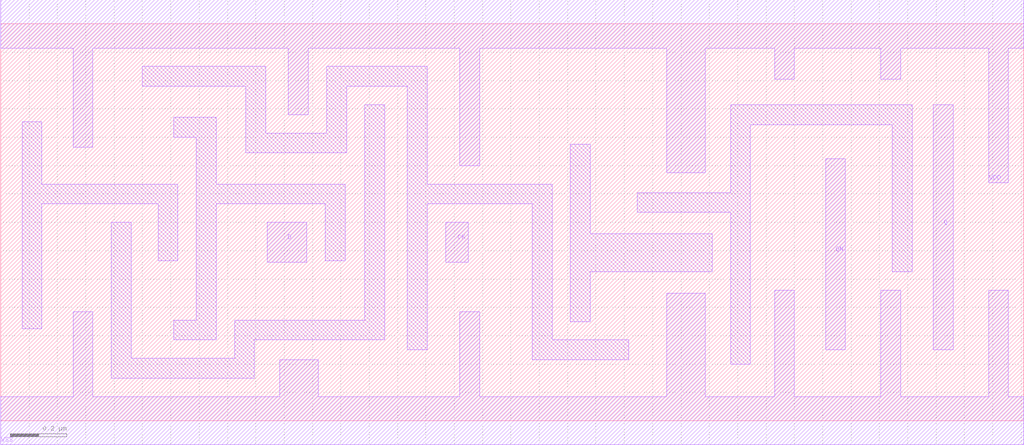
<source format=lef>
# 
# ******************************************************************************
# *                                                                            *
# *                   Copyright (C) 2004-2010, Nangate Inc.                    *
# *                           All rights reserved.                             *
# *                                                                            *
# * Nangate and the Nangate logo are trademarks of Nangate Inc.                *
# *                                                                            *
# * All trademarks, logos, software marks, and trade names (collectively the   *
# * "Marks") in this program are proprietary to Nangate or other respective    *
# * owners that have granted Nangate the right and license to use such Marks.  *
# * You are not permitted to use the Marks without the prior written consent   *
# * of Nangate or such third party that may own the Marks.                     *
# *                                                                            *
# * This file has been provided pursuant to a License Agreement containing     *
# * restrictions on its use. This file contains valuable trade secrets and     *
# * proprietary information of Nangate Inc., and is protected by U.S. and      *
# * international laws and/or treaties.                                        *
# *                                                                            *
# * The copyright notice(s) in this file does not indicate actual or intended  *
# * publication of this file.                                                  *
# *                                                                            *
# *     NGLibraryCreator, v2010.08-HR32-SP3-2010-08-05 - build 1009061800      *
# *                                                                            *
# ******************************************************************************
# 
# 
# Running on brazil06.nangate.com.br for user Giancarlo Franciscatto (gfr).
# Local time is now Fri, 3 Dec 2010, 19:32:18.
# Main process id is 27821.

VERSION 5.6 ;
BUSBITCHARS "[]" ;
DIVIDERCHAR "/" ;

MACRO DFF_X2
  CLASS core ;
  FOREIGN DFF_X2 0.0 0.0 ;
  ORIGIN 0 0 ;
  SYMMETRY X Y ;
  SITE FreePDK45_38x28_10R_NP_162NW_34O ;
  SIZE 3.61 BY 1.4 ;
  PIN D
    DIRECTION INPUT ;
    ANTENNAPARTIALMETALAREA 0.0196 LAYER metal1 ;
    ANTENNAPARTIALMETALSIDEAREA 0.0728 LAYER metal1 ;
    ANTENNAGATEAREA 0.03475 ;
    PORT
      LAYER metal1 ;
        POLYGON 0.94 0.56 1.08 0.56 1.08 0.7 0.94 0.7  ;
    END
  END D
  PIN CK
    DIRECTION INPUT ;
    ANTENNAPARTIALMETALAREA 0.0112 LAYER metal1 ;
    ANTENNAPARTIALMETALSIDEAREA 0.0572 LAYER metal1 ;
    ANTENNAGATEAREA 0.02625 ;
    PORT
      LAYER metal1 ;
        POLYGON 1.57 0.56 1.65 0.56 1.65 0.7 1.57 0.7  ;
    END
  END CK
  PIN Q
    DIRECTION OUTPUT ;
    ANTENNAPARTIALMETALAREA 0.06055 LAYER metal1 ;
    ANTENNAPARTIALMETALSIDEAREA 0.2431 LAYER metal1 ;
    ANTENNADIFFAREA 0.1463 ;
    PORT
      LAYER metal1 ;
        POLYGON 3.29 0.25 3.36 0.25 3.36 1.115 3.29 1.115  ;
    END
  END Q
  PIN QN
    DIRECTION OUTPUT ;
    ANTENNAPARTIALMETALAREA 0.04725 LAYER metal1 ;
    ANTENNAPARTIALMETALSIDEAREA 0.1937 LAYER metal1 ;
    ANTENNADIFFAREA 0.1463 ;
    PORT
      LAYER metal1 ;
        POLYGON 2.91 0.25 2.98 0.25 2.98 0.925 2.91 0.925  ;
    END
  END QN
  PIN VDD
    DIRECTION INOUT ;
    USE power ;
    SHAPE ABUTMENT ;
    PORT
      LAYER metal1 ;
        POLYGON 0 1.315 0.255 1.315 0.255 0.965 0.325 0.965 0.325 1.315 1.015 1.315 1.015 1.08 1.085 1.08 1.085 1.315 1.62 1.315 1.62 0.9 1.69 0.9 1.69 1.315 2.35 1.315 2.35 0.875 2.485 0.875 2.485 1.315 2.73 1.315 2.73 1.205 2.8 1.205 2.8 1.315 3.105 1.315 3.105 1.205 3.175 1.205 3.175 1.315 3.215 1.315 3.485 1.315 3.485 0.84 3.555 0.84 3.555 1.315 3.61 1.315 3.61 1.485 3.215 1.485 0 1.485  ;
    END
  END VDD
  PIN VSS
    DIRECTION INOUT ;
    USE ground ;
    SHAPE ABUTMENT ;
    PORT
      LAYER metal1 ;
        POLYGON 0 -0.085 3.61 -0.085 3.61 0.085 3.555 0.085 3.555 0.46 3.485 0.46 3.485 0.085 3.175 0.085 3.175 0.46 3.105 0.46 3.105 0.085 2.8 0.085 2.8 0.46 2.73 0.46 2.73 0.085 2.485 0.085 2.485 0.45 2.35 0.45 2.35 0.085 1.69 0.085 1.69 0.385 1.62 0.385 1.62 0.085 1.12 0.085 1.12 0.215 0.985 0.215 0.985 0.085 0.325 0.085 0.325 0.385 0.255 0.385 0.255 0.085 0 0.085  ;
    END
  END VSS
  OBS
      LAYER metal1 ;
        POLYGON 0.075 0.325 0.145 0.325 0.145 0.765 0.555 0.765 0.555 0.565 0.625 0.565 0.625 0.835 0.145 0.835 0.145 1.055 0.075 1.055  ;
        POLYGON 0.61 1 0.69 1 0.69 0.355 0.61 0.355 0.61 0.285 0.76 0.285 0.76 0.765 1.145 0.765 1.145 0.565 1.215 0.565 1.215 0.835 0.76 0.835 0.76 1.07 0.61 1.07  ;
        POLYGON 0.39 0.15 0.895 0.15 0.895 0.285 1.355 0.285 1.355 1.115 1.285 1.115 1.285 0.355 0.825 0.355 0.825 0.22 0.46 0.22 0.46 0.7 0.39 0.7  ;
        POLYGON 0.5 1.18 0.865 1.18 0.865 0.945 1.22 0.945 1.22 1.18 1.435 1.18 1.435 0.25 1.505 0.25 1.505 0.765 1.875 0.765 1.875 0.215 2.215 0.215 2.215 0.285 1.945 0.285 1.945 0.835 1.505 0.835 1.505 1.25 1.15 1.25 1.15 1.015 0.935 1.015 0.935 1.25 0.5 1.25  ;
        POLYGON 2.01 0.35 2.08 0.35 2.08 0.525 2.51 0.525 2.51 0.66 2.08 0.66 2.08 0.975 2.01 0.975  ;
        POLYGON 2.245 0.735 2.575 0.735 2.575 0.2 2.645 0.2 2.645 1.045 3.145 1.045 3.145 0.525 3.215 0.525 3.215 1.115 2.575 1.115 2.575 0.805 2.245 0.805  ;
  END
END DFF_X2

END LIBRARY
#
# End of file
#

</source>
